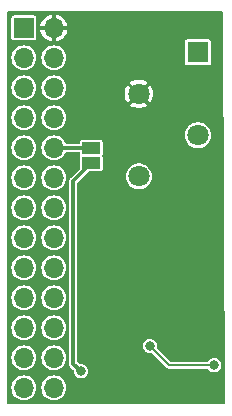
<source format=gbr>
%TF.GenerationSoftware,KiCad,Pcbnew,7.0.6-0*%
%TF.CreationDate,2023-10-30T11:37:55+11:00*%
%TF.ProjectId,controllino-can,636f6e74-726f-46c6-9c69-6e6f2d63616e,rev?*%
%TF.SameCoordinates,Original*%
%TF.FileFunction,Copper,L2,Bot*%
%TF.FilePolarity,Positive*%
%FSLAX46Y46*%
G04 Gerber Fmt 4.6, Leading zero omitted, Abs format (unit mm)*
G04 Created by KiCad (PCBNEW 7.0.6-0) date 2023-10-30 11:37:55*
%MOMM*%
%LPD*%
G01*
G04 APERTURE LIST*
%TA.AperFunction,ComponentPad*%
%ADD10R,1.800000X1.800000*%
%TD*%
%TA.AperFunction,ComponentPad*%
%ADD11C,1.800000*%
%TD*%
%TA.AperFunction,SMDPad,CuDef*%
%ADD12R,1.500000X1.000000*%
%TD*%
%TA.AperFunction,ComponentPad*%
%ADD13R,1.700000X1.700000*%
%TD*%
%TA.AperFunction,ComponentPad*%
%ADD14O,1.700000X1.700000*%
%TD*%
%TA.AperFunction,ViaPad*%
%ADD15C,0.800000*%
%TD*%
%TA.AperFunction,Conductor*%
%ADD16C,0.200000*%
%TD*%
%TA.AperFunction,Conductor*%
%ADD17C,0.300000*%
%TD*%
G04 APERTURE END LIST*
D10*
%TO.P,J5,1,1*%
%TO.N,+5V*%
X79883000Y-43870500D03*
D11*
%TO.P,J5,2,2*%
%TO.N,GND*%
X74883000Y-47370500D03*
%TO.P,J5,3,3*%
%TO.N,/CANL*%
X79883000Y-50870500D03*
%TO.P,J5,4,4*%
%TO.N,/CANH*%
X74883000Y-54370500D03*
%TD*%
D12*
%TO.P,JP1,1,A*%
%TO.N,Net-(J2-Pin_10)*%
X70866000Y-51943000D03*
%TO.P,JP1,2,B*%
%TO.N,INT_1*%
X70866000Y-53243000D03*
%TD*%
D13*
%TO.P,J2,1,Pin_1*%
%TO.N,+5V*%
X65151000Y-41783000D03*
D14*
%TO.P,J2,2,Pin_2*%
%TO.N,GND*%
X67691000Y-41783000D03*
%TO.P,J2,3,Pin_3*%
%TO.N,unconnected-(J2-Pin_3-Pad3)*%
X65151000Y-44323000D03*
%TO.P,J2,4,Pin_4*%
%TO.N,unconnected-(J2-Pin_4-Pad4)*%
X67691000Y-44323000D03*
%TO.P,J2,5,Pin_5*%
%TO.N,unconnected-(J2-Pin_5-Pad5)*%
X65151000Y-46863000D03*
%TO.P,J2,6,Pin_6*%
%TO.N,unconnected-(J2-Pin_6-Pad6)*%
X67691000Y-46863000D03*
%TO.P,J2,7,Pin_7*%
%TO.N,unconnected-(J2-Pin_7-Pad7)*%
X65151000Y-49403000D03*
%TO.P,J2,8,Pin_8*%
%TO.N,unconnected-(J2-Pin_8-Pad8)*%
X67691000Y-49403000D03*
%TO.P,J2,9,Pin_9*%
%TO.N,unconnected-(J2-Pin_9-Pad9)*%
X65151000Y-51943000D03*
%TO.P,J2,10,Pin_10*%
%TO.N,Net-(J2-Pin_10)*%
X67691000Y-51943000D03*
%TO.P,J2,11,Pin_11*%
%TO.N,unconnected-(J2-Pin_11-Pad11)*%
X65151000Y-54483000D03*
%TO.P,J2,12,Pin_12*%
%TO.N,unconnected-(J2-Pin_12-Pad12)*%
X67691000Y-54483000D03*
%TO.P,J2,13,Pin_13*%
%TO.N,unconnected-(J2-Pin_13-Pad13)*%
X65151000Y-57023000D03*
%TO.P,J2,14,Pin_14*%
%TO.N,unconnected-(J2-Pin_14-Pad14)*%
X67691000Y-57023000D03*
%TO.P,J2,15,Pin_15*%
%TO.N,unconnected-(J2-Pin_15-Pad15)*%
X65151000Y-59563000D03*
%TO.P,J2,16,Pin_16*%
%TO.N,unconnected-(J2-Pin_16-Pad16)*%
X67691000Y-59563000D03*
%TO.P,J2,17,Pin_17*%
%TO.N,unconnected-(J2-Pin_17-Pad17)*%
X65151000Y-62103000D03*
%TO.P,J2,18,Pin_18*%
%TO.N,I2C_SDA*%
X67691000Y-62103000D03*
%TO.P,J2,19,Pin_19*%
%TO.N,I2C_SCL*%
X65151000Y-64643000D03*
%TO.P,J2,20,Pin_20*%
%TO.N,SPI_SS*%
X67691000Y-64643000D03*
%TO.P,J2,21,Pin_21*%
%TO.N,SPI_MOSI*%
X65151000Y-67183000D03*
%TO.P,J2,22,Pin_22*%
%TO.N,SPI_MISO*%
X67691000Y-67183000D03*
%TO.P,J2,23,Pin_23*%
%TO.N,SPI_SCK*%
X65151000Y-69723000D03*
%TO.P,J2,24,Pin_24*%
%TO.N,unconnected-(J2-Pin_24-Pad24)*%
X67691000Y-69723000D03*
%TO.P,J2,25,Pin_25*%
%TO.N,UART_TXD*%
X65151000Y-72263000D03*
%TO.P,J2,26,Pin_26*%
%TO.N,UART_RXD*%
X67691000Y-72263000D03*
%TD*%
D15*
%TO.N,GND*%
X74930000Y-69342000D03*
X79629000Y-58547000D03*
%TO.N,/CANRX*%
X75819000Y-68707000D03*
X81280000Y-70358000D03*
%TO.N,INT_1*%
X69977000Y-70866000D03*
%TD*%
D16*
%TO.N,/CANRX*%
X77470000Y-70358000D02*
X81280000Y-70358000D01*
X75819000Y-68707000D02*
X77470000Y-70358000D01*
D17*
%TO.N,Net-(J2-Pin_10)*%
X70866000Y-51943000D02*
X67691000Y-51943000D01*
%TO.N,INT_1*%
X69342000Y-54767000D02*
X70866000Y-53243000D01*
X69977000Y-70866000D02*
X69342000Y-70231000D01*
X69342000Y-70231000D02*
X69342000Y-54767000D01*
%TD*%
%TA.AperFunction,Conductor*%
%TO.N,GND*%
G36*
X82001568Y-40404907D02*
G01*
X82037532Y-40454407D01*
X82042376Y-40484622D01*
X82109529Y-58078583D01*
X82167619Y-73298301D01*
X82168621Y-73560622D01*
X82149936Y-73618885D01*
X82100574Y-73655037D01*
X82069622Y-73660000D01*
X63853000Y-73660000D01*
X63794809Y-73641093D01*
X63758845Y-73591593D01*
X63754000Y-73561000D01*
X63754000Y-72263003D01*
X64095417Y-72263003D01*
X64115698Y-72468929D01*
X64115699Y-72468934D01*
X64175768Y-72666954D01*
X64273316Y-72849452D01*
X64404585Y-73009404D01*
X64404590Y-73009410D01*
X64404595Y-73009414D01*
X64564547Y-73140683D01*
X64564548Y-73140683D01*
X64564550Y-73140685D01*
X64747046Y-73238232D01*
X64884996Y-73280078D01*
X64945065Y-73298300D01*
X64945070Y-73298301D01*
X65150997Y-73318583D01*
X65151000Y-73318583D01*
X65151003Y-73318583D01*
X65356929Y-73298301D01*
X65356934Y-73298300D01*
X65356933Y-73298300D01*
X65554954Y-73238232D01*
X65737450Y-73140685D01*
X65897410Y-73009410D01*
X66028685Y-72849450D01*
X66126232Y-72666954D01*
X66186300Y-72468934D01*
X66186301Y-72468929D01*
X66206583Y-72263003D01*
X66635417Y-72263003D01*
X66655698Y-72468929D01*
X66655699Y-72468934D01*
X66715768Y-72666954D01*
X66813316Y-72849452D01*
X66944585Y-73009404D01*
X66944590Y-73009410D01*
X66944595Y-73009414D01*
X67104547Y-73140683D01*
X67104548Y-73140683D01*
X67104550Y-73140685D01*
X67287046Y-73238232D01*
X67424996Y-73280078D01*
X67485065Y-73298300D01*
X67485070Y-73298301D01*
X67690997Y-73318583D01*
X67691000Y-73318583D01*
X67691003Y-73318583D01*
X67896929Y-73298301D01*
X67896934Y-73298300D01*
X67896933Y-73298300D01*
X68094954Y-73238232D01*
X68277450Y-73140685D01*
X68437410Y-73009410D01*
X68568685Y-72849450D01*
X68666232Y-72666954D01*
X68726300Y-72468934D01*
X68726301Y-72468929D01*
X68746583Y-72263003D01*
X68746583Y-72262996D01*
X68726301Y-72057070D01*
X68726300Y-72057065D01*
X68708078Y-71996996D01*
X68666232Y-71859046D01*
X68568685Y-71676550D01*
X68437410Y-71516590D01*
X68382689Y-71471682D01*
X68277452Y-71385316D01*
X68094954Y-71287768D01*
X67896934Y-71227699D01*
X67896929Y-71227698D01*
X67691003Y-71207417D01*
X67690997Y-71207417D01*
X67485070Y-71227698D01*
X67485065Y-71227699D01*
X67287045Y-71287768D01*
X67104547Y-71385316D01*
X66944595Y-71516585D01*
X66944585Y-71516595D01*
X66813316Y-71676547D01*
X66715768Y-71859045D01*
X66655699Y-72057065D01*
X66655698Y-72057070D01*
X66635417Y-72262996D01*
X66635417Y-72263003D01*
X66206583Y-72263003D01*
X66206583Y-72262996D01*
X66186301Y-72057070D01*
X66186300Y-72057065D01*
X66168078Y-71996996D01*
X66126232Y-71859046D01*
X66028685Y-71676550D01*
X65897410Y-71516590D01*
X65842689Y-71471682D01*
X65737452Y-71385316D01*
X65554954Y-71287768D01*
X65356934Y-71227699D01*
X65356929Y-71227698D01*
X65151003Y-71207417D01*
X65150997Y-71207417D01*
X64945070Y-71227698D01*
X64945065Y-71227699D01*
X64747045Y-71287768D01*
X64564547Y-71385316D01*
X64404595Y-71516585D01*
X64404585Y-71516595D01*
X64273316Y-71676547D01*
X64175768Y-71859045D01*
X64115699Y-72057065D01*
X64115698Y-72057070D01*
X64095417Y-72262996D01*
X64095417Y-72263003D01*
X63754000Y-72263003D01*
X63754000Y-69723003D01*
X64095417Y-69723003D01*
X64115698Y-69928929D01*
X64115699Y-69928934D01*
X64175768Y-70126954D01*
X64273316Y-70309452D01*
X64378389Y-70437484D01*
X64404590Y-70469410D01*
X64404595Y-70469414D01*
X64564547Y-70600683D01*
X64564548Y-70600683D01*
X64564550Y-70600685D01*
X64747046Y-70698232D01*
X64865862Y-70734274D01*
X64945065Y-70758300D01*
X64945070Y-70758301D01*
X65150997Y-70778583D01*
X65151000Y-70778583D01*
X65151003Y-70778583D01*
X65356929Y-70758301D01*
X65356934Y-70758300D01*
X65356933Y-70758300D01*
X65554954Y-70698232D01*
X65737450Y-70600685D01*
X65897410Y-70469410D01*
X66028685Y-70309450D01*
X66126232Y-70126954D01*
X66186300Y-69928934D01*
X66186301Y-69928929D01*
X66206583Y-69723003D01*
X66635417Y-69723003D01*
X66655698Y-69928929D01*
X66655699Y-69928934D01*
X66715768Y-70126954D01*
X66813316Y-70309452D01*
X66918389Y-70437484D01*
X66944590Y-70469410D01*
X66944595Y-70469414D01*
X67104547Y-70600683D01*
X67104548Y-70600683D01*
X67104550Y-70600685D01*
X67287046Y-70698232D01*
X67405862Y-70734274D01*
X67485065Y-70758300D01*
X67485070Y-70758301D01*
X67690997Y-70778583D01*
X67691000Y-70778583D01*
X67691003Y-70778583D01*
X67896929Y-70758301D01*
X67896934Y-70758300D01*
X67896933Y-70758300D01*
X68094954Y-70698232D01*
X68277450Y-70600685D01*
X68437410Y-70469410D01*
X68568685Y-70309450D01*
X68666232Y-70126954D01*
X68726300Y-69928934D01*
X68726301Y-69928929D01*
X68746583Y-69723003D01*
X68746583Y-69722996D01*
X68726301Y-69517070D01*
X68726300Y-69517065D01*
X68708078Y-69456996D01*
X68666232Y-69319046D01*
X68568685Y-69136550D01*
X68567644Y-69135282D01*
X68437414Y-68976595D01*
X68437410Y-68976590D01*
X68437404Y-68976585D01*
X68277452Y-68845316D01*
X68094954Y-68747768D01*
X67896934Y-68687699D01*
X67896929Y-68687698D01*
X67691003Y-68667417D01*
X67690997Y-68667417D01*
X67485070Y-68687698D01*
X67485065Y-68687699D01*
X67287045Y-68747768D01*
X67104547Y-68845316D01*
X66944595Y-68976585D01*
X66944585Y-68976595D01*
X66813316Y-69136547D01*
X66715768Y-69319045D01*
X66655699Y-69517065D01*
X66655698Y-69517070D01*
X66635417Y-69722996D01*
X66635417Y-69723003D01*
X66206583Y-69723003D01*
X66206583Y-69722996D01*
X66186301Y-69517070D01*
X66186300Y-69517065D01*
X66168078Y-69456996D01*
X66126232Y-69319046D01*
X66028685Y-69136550D01*
X66027644Y-69135282D01*
X65897414Y-68976595D01*
X65897410Y-68976590D01*
X65897404Y-68976585D01*
X65737452Y-68845316D01*
X65554954Y-68747768D01*
X65356934Y-68687699D01*
X65356929Y-68687698D01*
X65151003Y-68667417D01*
X65150997Y-68667417D01*
X64945070Y-68687698D01*
X64945065Y-68687699D01*
X64747045Y-68747768D01*
X64564547Y-68845316D01*
X64404595Y-68976585D01*
X64404585Y-68976595D01*
X64273316Y-69136547D01*
X64175768Y-69319045D01*
X64115699Y-69517065D01*
X64115698Y-69517070D01*
X64095417Y-69722996D01*
X64095417Y-69723003D01*
X63754000Y-69723003D01*
X63754000Y-67183003D01*
X64095417Y-67183003D01*
X64115698Y-67388929D01*
X64115699Y-67388934D01*
X64175768Y-67586954D01*
X64273316Y-67769452D01*
X64404585Y-67929404D01*
X64404590Y-67929410D01*
X64404595Y-67929414D01*
X64564547Y-68060683D01*
X64564548Y-68060683D01*
X64564550Y-68060685D01*
X64747046Y-68158232D01*
X64884996Y-68200078D01*
X64945065Y-68218300D01*
X64945070Y-68218301D01*
X65150997Y-68238583D01*
X65151000Y-68238583D01*
X65151003Y-68238583D01*
X65356929Y-68218301D01*
X65356934Y-68218300D01*
X65356933Y-68218300D01*
X65554954Y-68158232D01*
X65737450Y-68060685D01*
X65897410Y-67929410D01*
X66028685Y-67769450D01*
X66126232Y-67586954D01*
X66186300Y-67388934D01*
X66186301Y-67388929D01*
X66206583Y-67183003D01*
X66635417Y-67183003D01*
X66655698Y-67388929D01*
X66655699Y-67388934D01*
X66715768Y-67586954D01*
X66813316Y-67769452D01*
X66944585Y-67929404D01*
X66944590Y-67929410D01*
X66944595Y-67929414D01*
X67104547Y-68060683D01*
X67104548Y-68060683D01*
X67104550Y-68060685D01*
X67287046Y-68158232D01*
X67424996Y-68200078D01*
X67485065Y-68218300D01*
X67485070Y-68218301D01*
X67690997Y-68238583D01*
X67691000Y-68238583D01*
X67691003Y-68238583D01*
X67896929Y-68218301D01*
X67896934Y-68218300D01*
X67896933Y-68218300D01*
X68094954Y-68158232D01*
X68277450Y-68060685D01*
X68437410Y-67929410D01*
X68568685Y-67769450D01*
X68666232Y-67586954D01*
X68726300Y-67388934D01*
X68726301Y-67388929D01*
X68746583Y-67183003D01*
X68746583Y-67182996D01*
X68726301Y-66977070D01*
X68726300Y-66977065D01*
X68708078Y-66916996D01*
X68666232Y-66779046D01*
X68568685Y-66596550D01*
X68437410Y-66436590D01*
X68437404Y-66436585D01*
X68277452Y-66305316D01*
X68094954Y-66207768D01*
X67896934Y-66147699D01*
X67896929Y-66147698D01*
X67691003Y-66127417D01*
X67690997Y-66127417D01*
X67485070Y-66147698D01*
X67485065Y-66147699D01*
X67287045Y-66207768D01*
X67104547Y-66305316D01*
X66944595Y-66436585D01*
X66944585Y-66436595D01*
X66813316Y-66596547D01*
X66715768Y-66779045D01*
X66655699Y-66977065D01*
X66655698Y-66977070D01*
X66635417Y-67182996D01*
X66635417Y-67183003D01*
X66206583Y-67183003D01*
X66206583Y-67182996D01*
X66186301Y-66977070D01*
X66186300Y-66977065D01*
X66168078Y-66916996D01*
X66126232Y-66779046D01*
X66028685Y-66596550D01*
X65897410Y-66436590D01*
X65897404Y-66436585D01*
X65737452Y-66305316D01*
X65554954Y-66207768D01*
X65356934Y-66147699D01*
X65356929Y-66147698D01*
X65151003Y-66127417D01*
X65150997Y-66127417D01*
X64945070Y-66147698D01*
X64945065Y-66147699D01*
X64747045Y-66207768D01*
X64564547Y-66305316D01*
X64404595Y-66436585D01*
X64404585Y-66436595D01*
X64273316Y-66596547D01*
X64175768Y-66779045D01*
X64115699Y-66977065D01*
X64115698Y-66977070D01*
X64095417Y-67182996D01*
X64095417Y-67183003D01*
X63754000Y-67183003D01*
X63754000Y-64643003D01*
X64095417Y-64643003D01*
X64115698Y-64848929D01*
X64115699Y-64848934D01*
X64175768Y-65046954D01*
X64273316Y-65229452D01*
X64404585Y-65389404D01*
X64404590Y-65389410D01*
X64404595Y-65389414D01*
X64564547Y-65520683D01*
X64564548Y-65520683D01*
X64564550Y-65520685D01*
X64747046Y-65618232D01*
X64884996Y-65660078D01*
X64945065Y-65678300D01*
X64945070Y-65678301D01*
X65150997Y-65698583D01*
X65151000Y-65698583D01*
X65151003Y-65698583D01*
X65356929Y-65678301D01*
X65356934Y-65678300D01*
X65356933Y-65678300D01*
X65554954Y-65618232D01*
X65737450Y-65520685D01*
X65897410Y-65389410D01*
X66028685Y-65229450D01*
X66126232Y-65046954D01*
X66186300Y-64848934D01*
X66186301Y-64848929D01*
X66206583Y-64643003D01*
X66635417Y-64643003D01*
X66655698Y-64848929D01*
X66655699Y-64848934D01*
X66715768Y-65046954D01*
X66813316Y-65229452D01*
X66944585Y-65389404D01*
X66944590Y-65389410D01*
X66944595Y-65389414D01*
X67104547Y-65520683D01*
X67104548Y-65520683D01*
X67104550Y-65520685D01*
X67287046Y-65618232D01*
X67424996Y-65660078D01*
X67485065Y-65678300D01*
X67485070Y-65678301D01*
X67690997Y-65698583D01*
X67691000Y-65698583D01*
X67691003Y-65698583D01*
X67896929Y-65678301D01*
X67896934Y-65678300D01*
X67896933Y-65678300D01*
X68094954Y-65618232D01*
X68277450Y-65520685D01*
X68437410Y-65389410D01*
X68568685Y-65229450D01*
X68666232Y-65046954D01*
X68726300Y-64848934D01*
X68726301Y-64848929D01*
X68746583Y-64643003D01*
X68746583Y-64642996D01*
X68726301Y-64437070D01*
X68726300Y-64437065D01*
X68708078Y-64376996D01*
X68666232Y-64239046D01*
X68568685Y-64056550D01*
X68437410Y-63896590D01*
X68437404Y-63896585D01*
X68277452Y-63765316D01*
X68094954Y-63667768D01*
X67896934Y-63607699D01*
X67896929Y-63607698D01*
X67691003Y-63587417D01*
X67690997Y-63587417D01*
X67485070Y-63607698D01*
X67485065Y-63607699D01*
X67287045Y-63667768D01*
X67104547Y-63765316D01*
X66944595Y-63896585D01*
X66944585Y-63896595D01*
X66813316Y-64056547D01*
X66715768Y-64239045D01*
X66655699Y-64437065D01*
X66655698Y-64437070D01*
X66635417Y-64642996D01*
X66635417Y-64643003D01*
X66206583Y-64643003D01*
X66206583Y-64642996D01*
X66186301Y-64437070D01*
X66186300Y-64437065D01*
X66168078Y-64376996D01*
X66126232Y-64239046D01*
X66028685Y-64056550D01*
X65897410Y-63896590D01*
X65897404Y-63896585D01*
X65737452Y-63765316D01*
X65554954Y-63667768D01*
X65356934Y-63607699D01*
X65356929Y-63607698D01*
X65151003Y-63587417D01*
X65150997Y-63587417D01*
X64945070Y-63607698D01*
X64945065Y-63607699D01*
X64747045Y-63667768D01*
X64564547Y-63765316D01*
X64404595Y-63896585D01*
X64404585Y-63896595D01*
X64273316Y-64056547D01*
X64175768Y-64239045D01*
X64115699Y-64437065D01*
X64115698Y-64437070D01*
X64095417Y-64642996D01*
X64095417Y-64643003D01*
X63754000Y-64643003D01*
X63754000Y-62103003D01*
X64095417Y-62103003D01*
X64115698Y-62308929D01*
X64115699Y-62308934D01*
X64175768Y-62506954D01*
X64273316Y-62689452D01*
X64404585Y-62849404D01*
X64404590Y-62849410D01*
X64404595Y-62849414D01*
X64564547Y-62980683D01*
X64564548Y-62980683D01*
X64564550Y-62980685D01*
X64747046Y-63078232D01*
X64884996Y-63120078D01*
X64945065Y-63138300D01*
X64945070Y-63138301D01*
X65150997Y-63158583D01*
X65151000Y-63158583D01*
X65151003Y-63158583D01*
X65356929Y-63138301D01*
X65356934Y-63138300D01*
X65356933Y-63138300D01*
X65554954Y-63078232D01*
X65737450Y-62980685D01*
X65897410Y-62849410D01*
X66028685Y-62689450D01*
X66126232Y-62506954D01*
X66186300Y-62308934D01*
X66186301Y-62308929D01*
X66206583Y-62103003D01*
X66635417Y-62103003D01*
X66655698Y-62308929D01*
X66655699Y-62308934D01*
X66715768Y-62506954D01*
X66813316Y-62689452D01*
X66944585Y-62849404D01*
X66944590Y-62849410D01*
X66944595Y-62849414D01*
X67104547Y-62980683D01*
X67104548Y-62980683D01*
X67104550Y-62980685D01*
X67287046Y-63078232D01*
X67424996Y-63120078D01*
X67485065Y-63138300D01*
X67485070Y-63138301D01*
X67690997Y-63158583D01*
X67691000Y-63158583D01*
X67691003Y-63158583D01*
X67896929Y-63138301D01*
X67896934Y-63138300D01*
X67896933Y-63138300D01*
X68094954Y-63078232D01*
X68277450Y-62980685D01*
X68437410Y-62849410D01*
X68568685Y-62689450D01*
X68666232Y-62506954D01*
X68726300Y-62308934D01*
X68726301Y-62308929D01*
X68746583Y-62103003D01*
X68746583Y-62102996D01*
X68726301Y-61897070D01*
X68726300Y-61897065D01*
X68708078Y-61836996D01*
X68666232Y-61699046D01*
X68568685Y-61516550D01*
X68437410Y-61356590D01*
X68437404Y-61356585D01*
X68277452Y-61225316D01*
X68094954Y-61127768D01*
X67896934Y-61067699D01*
X67896929Y-61067698D01*
X67691003Y-61047417D01*
X67690997Y-61047417D01*
X67485070Y-61067698D01*
X67485065Y-61067699D01*
X67287045Y-61127768D01*
X67104547Y-61225316D01*
X66944595Y-61356585D01*
X66944585Y-61356595D01*
X66813316Y-61516547D01*
X66715768Y-61699045D01*
X66655699Y-61897065D01*
X66655698Y-61897070D01*
X66635417Y-62102996D01*
X66635417Y-62103003D01*
X66206583Y-62103003D01*
X66206583Y-62102996D01*
X66186301Y-61897070D01*
X66186300Y-61897065D01*
X66168078Y-61836996D01*
X66126232Y-61699046D01*
X66028685Y-61516550D01*
X65897410Y-61356590D01*
X65897404Y-61356585D01*
X65737452Y-61225316D01*
X65554954Y-61127768D01*
X65356934Y-61067699D01*
X65356929Y-61067698D01*
X65151003Y-61047417D01*
X65150997Y-61047417D01*
X64945070Y-61067698D01*
X64945065Y-61067699D01*
X64747045Y-61127768D01*
X64564547Y-61225316D01*
X64404595Y-61356585D01*
X64404585Y-61356595D01*
X64273316Y-61516547D01*
X64175768Y-61699045D01*
X64115699Y-61897065D01*
X64115698Y-61897070D01*
X64095417Y-62102996D01*
X64095417Y-62103003D01*
X63754000Y-62103003D01*
X63754000Y-59563003D01*
X64095417Y-59563003D01*
X64115698Y-59768929D01*
X64115699Y-59768934D01*
X64175768Y-59966954D01*
X64273316Y-60149452D01*
X64404585Y-60309404D01*
X64404590Y-60309410D01*
X64404595Y-60309414D01*
X64564547Y-60440683D01*
X64564548Y-60440683D01*
X64564550Y-60440685D01*
X64747046Y-60538232D01*
X64884996Y-60580078D01*
X64945065Y-60598300D01*
X64945070Y-60598301D01*
X65150997Y-60618583D01*
X65151000Y-60618583D01*
X65151003Y-60618583D01*
X65356929Y-60598301D01*
X65356934Y-60598300D01*
X65356933Y-60598300D01*
X65554954Y-60538232D01*
X65737450Y-60440685D01*
X65897410Y-60309410D01*
X66028685Y-60149450D01*
X66126232Y-59966954D01*
X66186300Y-59768934D01*
X66186301Y-59768929D01*
X66206583Y-59563003D01*
X66635417Y-59563003D01*
X66655698Y-59768929D01*
X66655699Y-59768934D01*
X66715768Y-59966954D01*
X66813316Y-60149452D01*
X66944585Y-60309404D01*
X66944590Y-60309410D01*
X66944595Y-60309414D01*
X67104547Y-60440683D01*
X67104548Y-60440683D01*
X67104550Y-60440685D01*
X67287046Y-60538232D01*
X67424996Y-60580078D01*
X67485065Y-60598300D01*
X67485070Y-60598301D01*
X67690997Y-60618583D01*
X67691000Y-60618583D01*
X67691003Y-60618583D01*
X67896929Y-60598301D01*
X67896934Y-60598300D01*
X67896933Y-60598300D01*
X68094954Y-60538232D01*
X68277450Y-60440685D01*
X68437410Y-60309410D01*
X68568685Y-60149450D01*
X68666232Y-59966954D01*
X68726300Y-59768934D01*
X68726301Y-59768929D01*
X68746583Y-59563003D01*
X68746583Y-59562996D01*
X68726301Y-59357070D01*
X68726300Y-59357065D01*
X68708078Y-59296996D01*
X68666232Y-59159046D01*
X68568685Y-58976550D01*
X68437410Y-58816590D01*
X68437404Y-58816585D01*
X68277452Y-58685316D01*
X68094954Y-58587768D01*
X67896934Y-58527699D01*
X67896929Y-58527698D01*
X67691003Y-58507417D01*
X67690997Y-58507417D01*
X67485070Y-58527698D01*
X67485065Y-58527699D01*
X67287045Y-58587768D01*
X67104547Y-58685316D01*
X66944595Y-58816585D01*
X66944585Y-58816595D01*
X66813316Y-58976547D01*
X66715768Y-59159045D01*
X66655699Y-59357065D01*
X66655698Y-59357070D01*
X66635417Y-59562996D01*
X66635417Y-59563003D01*
X66206583Y-59563003D01*
X66206583Y-59562996D01*
X66186301Y-59357070D01*
X66186300Y-59357065D01*
X66168078Y-59296996D01*
X66126232Y-59159046D01*
X66028685Y-58976550D01*
X65897410Y-58816590D01*
X65897404Y-58816585D01*
X65737452Y-58685316D01*
X65554954Y-58587768D01*
X65356934Y-58527699D01*
X65356929Y-58527698D01*
X65151003Y-58507417D01*
X65150997Y-58507417D01*
X64945070Y-58527698D01*
X64945065Y-58527699D01*
X64747045Y-58587768D01*
X64564547Y-58685316D01*
X64404595Y-58816585D01*
X64404585Y-58816595D01*
X64273316Y-58976547D01*
X64175768Y-59159045D01*
X64115699Y-59357065D01*
X64115698Y-59357070D01*
X64095417Y-59562996D01*
X64095417Y-59563003D01*
X63754000Y-59563003D01*
X63754000Y-57023003D01*
X64095417Y-57023003D01*
X64115698Y-57228929D01*
X64115699Y-57228934D01*
X64175768Y-57426954D01*
X64273316Y-57609452D01*
X64404585Y-57769404D01*
X64404590Y-57769410D01*
X64404595Y-57769414D01*
X64564547Y-57900683D01*
X64564548Y-57900683D01*
X64564550Y-57900685D01*
X64747046Y-57998232D01*
X64884996Y-58040078D01*
X64945065Y-58058300D01*
X64945070Y-58058301D01*
X65150997Y-58078583D01*
X65151000Y-58078583D01*
X65151003Y-58078583D01*
X65356929Y-58058301D01*
X65356934Y-58058300D01*
X65356933Y-58058300D01*
X65554954Y-57998232D01*
X65737450Y-57900685D01*
X65897410Y-57769410D01*
X66028685Y-57609450D01*
X66126232Y-57426954D01*
X66186300Y-57228934D01*
X66186301Y-57228929D01*
X66206583Y-57023003D01*
X66635417Y-57023003D01*
X66655698Y-57228929D01*
X66655699Y-57228934D01*
X66715768Y-57426954D01*
X66813316Y-57609452D01*
X66944585Y-57769404D01*
X66944590Y-57769410D01*
X66944595Y-57769414D01*
X67104547Y-57900683D01*
X67104548Y-57900683D01*
X67104550Y-57900685D01*
X67287046Y-57998232D01*
X67424996Y-58040078D01*
X67485065Y-58058300D01*
X67485070Y-58058301D01*
X67690997Y-58078583D01*
X67691000Y-58078583D01*
X67691003Y-58078583D01*
X67896929Y-58058301D01*
X67896934Y-58058300D01*
X67896933Y-58058300D01*
X68094954Y-57998232D01*
X68277450Y-57900685D01*
X68437410Y-57769410D01*
X68568685Y-57609450D01*
X68666232Y-57426954D01*
X68726300Y-57228934D01*
X68726301Y-57228929D01*
X68746583Y-57023003D01*
X68746583Y-57022996D01*
X68726301Y-56817070D01*
X68726300Y-56817065D01*
X68708078Y-56756996D01*
X68666232Y-56619046D01*
X68568685Y-56436550D01*
X68437410Y-56276590D01*
X68437404Y-56276585D01*
X68277452Y-56145316D01*
X68094954Y-56047768D01*
X67896934Y-55987699D01*
X67896929Y-55987698D01*
X67691003Y-55967417D01*
X67690997Y-55967417D01*
X67485070Y-55987698D01*
X67485065Y-55987699D01*
X67287045Y-56047768D01*
X67104547Y-56145316D01*
X66944595Y-56276585D01*
X66944585Y-56276595D01*
X66813316Y-56436547D01*
X66715768Y-56619045D01*
X66655699Y-56817065D01*
X66655698Y-56817070D01*
X66635417Y-57022996D01*
X66635417Y-57023003D01*
X66206583Y-57023003D01*
X66206583Y-57022996D01*
X66186301Y-56817070D01*
X66186300Y-56817065D01*
X66168078Y-56756996D01*
X66126232Y-56619046D01*
X66028685Y-56436550D01*
X65897410Y-56276590D01*
X65897404Y-56276585D01*
X65737452Y-56145316D01*
X65554954Y-56047768D01*
X65356934Y-55987699D01*
X65356929Y-55987698D01*
X65151003Y-55967417D01*
X65150997Y-55967417D01*
X64945070Y-55987698D01*
X64945065Y-55987699D01*
X64747045Y-56047768D01*
X64564547Y-56145316D01*
X64404595Y-56276585D01*
X64404585Y-56276595D01*
X64273316Y-56436547D01*
X64175768Y-56619045D01*
X64115699Y-56817065D01*
X64115698Y-56817070D01*
X64095417Y-57022996D01*
X64095417Y-57023003D01*
X63754000Y-57023003D01*
X63754000Y-54483003D01*
X64095417Y-54483003D01*
X64115698Y-54688929D01*
X64115699Y-54688934D01*
X64175768Y-54886954D01*
X64273316Y-55069452D01*
X64404585Y-55229404D01*
X64404590Y-55229410D01*
X64404595Y-55229414D01*
X64564547Y-55360683D01*
X64564548Y-55360683D01*
X64564550Y-55360685D01*
X64747046Y-55458232D01*
X64884996Y-55500078D01*
X64945065Y-55518300D01*
X64945070Y-55518301D01*
X65150997Y-55538583D01*
X65151000Y-55538583D01*
X65151003Y-55538583D01*
X65356929Y-55518301D01*
X65356934Y-55518300D01*
X65356933Y-55518300D01*
X65554954Y-55458232D01*
X65737450Y-55360685D01*
X65897410Y-55229410D01*
X66028685Y-55069450D01*
X66126232Y-54886954D01*
X66186300Y-54688934D01*
X66186301Y-54688929D01*
X66206583Y-54483003D01*
X66635417Y-54483003D01*
X66655698Y-54688929D01*
X66655699Y-54688934D01*
X66715768Y-54886954D01*
X66813316Y-55069452D01*
X66944585Y-55229404D01*
X66944590Y-55229410D01*
X66944595Y-55229414D01*
X67104547Y-55360683D01*
X67104548Y-55360683D01*
X67104550Y-55360685D01*
X67287046Y-55458232D01*
X67424996Y-55500078D01*
X67485065Y-55518300D01*
X67485070Y-55518301D01*
X67690997Y-55538583D01*
X67691000Y-55538583D01*
X67691003Y-55538583D01*
X67896929Y-55518301D01*
X67896934Y-55518300D01*
X67896933Y-55518300D01*
X68094954Y-55458232D01*
X68277450Y-55360685D01*
X68437410Y-55229410D01*
X68568685Y-55069450D01*
X68666232Y-54886954D01*
X68726300Y-54688934D01*
X68726301Y-54688929D01*
X68746583Y-54483003D01*
X68746583Y-54482996D01*
X68726301Y-54277070D01*
X68726300Y-54277065D01*
X68708078Y-54216996D01*
X68666232Y-54079046D01*
X68568685Y-53896550D01*
X68561302Y-53887554D01*
X68437414Y-53736595D01*
X68437410Y-53736590D01*
X68425497Y-53726813D01*
X68277452Y-53605316D01*
X68094954Y-53507768D01*
X67896934Y-53447699D01*
X67896929Y-53447698D01*
X67691003Y-53427417D01*
X67690997Y-53427417D01*
X67485070Y-53447698D01*
X67485065Y-53447699D01*
X67287045Y-53507768D01*
X67104547Y-53605316D01*
X66944595Y-53736585D01*
X66944585Y-53736595D01*
X66813316Y-53896547D01*
X66715768Y-54079045D01*
X66655699Y-54277065D01*
X66655698Y-54277070D01*
X66635417Y-54482996D01*
X66635417Y-54483003D01*
X66206583Y-54483003D01*
X66206583Y-54482996D01*
X66186301Y-54277070D01*
X66186300Y-54277065D01*
X66168078Y-54216996D01*
X66126232Y-54079046D01*
X66028685Y-53896550D01*
X66021302Y-53887554D01*
X65897414Y-53736595D01*
X65897410Y-53736590D01*
X65885497Y-53726813D01*
X65737452Y-53605316D01*
X65554954Y-53507768D01*
X65356934Y-53447699D01*
X65356929Y-53447698D01*
X65151003Y-53427417D01*
X65150997Y-53427417D01*
X64945070Y-53447698D01*
X64945065Y-53447699D01*
X64747045Y-53507768D01*
X64564547Y-53605316D01*
X64404595Y-53736585D01*
X64404585Y-53736595D01*
X64273316Y-53896547D01*
X64175768Y-54079045D01*
X64115699Y-54277065D01*
X64115698Y-54277070D01*
X64095417Y-54482996D01*
X64095417Y-54483003D01*
X63754000Y-54483003D01*
X63754000Y-51943003D01*
X64095417Y-51943003D01*
X64115698Y-52148929D01*
X64115699Y-52148934D01*
X64175768Y-52346954D01*
X64273316Y-52529452D01*
X64384365Y-52664766D01*
X64404590Y-52689410D01*
X64404595Y-52689414D01*
X64564547Y-52820683D01*
X64564548Y-52820683D01*
X64564550Y-52820685D01*
X64747046Y-52918232D01*
X64884996Y-52960078D01*
X64945065Y-52978300D01*
X64945070Y-52978301D01*
X65150997Y-52998583D01*
X65151000Y-52998583D01*
X65151003Y-52998583D01*
X65356929Y-52978301D01*
X65356934Y-52978300D01*
X65356933Y-52978300D01*
X65554954Y-52918232D01*
X65737450Y-52820685D01*
X65897410Y-52689410D01*
X66028685Y-52529450D01*
X66126232Y-52346954D01*
X66186300Y-52148934D01*
X66186301Y-52148929D01*
X66206583Y-51943003D01*
X66635417Y-51943003D01*
X66655698Y-52148929D01*
X66655699Y-52148934D01*
X66715768Y-52346954D01*
X66813316Y-52529452D01*
X66924365Y-52664766D01*
X66944590Y-52689410D01*
X66944595Y-52689414D01*
X67104547Y-52820683D01*
X67104548Y-52820683D01*
X67104550Y-52820685D01*
X67287046Y-52918232D01*
X67424996Y-52960078D01*
X67485065Y-52978300D01*
X67485070Y-52978301D01*
X67690997Y-52998583D01*
X67691000Y-52998583D01*
X67691003Y-52998583D01*
X67896929Y-52978301D01*
X67896934Y-52978300D01*
X67896933Y-52978300D01*
X68094954Y-52918232D01*
X68277450Y-52820685D01*
X68437410Y-52689410D01*
X68568685Y-52529450D01*
X68666232Y-52346954D01*
X68666232Y-52346952D01*
X68666832Y-52345831D01*
X68710938Y-52303425D01*
X68754142Y-52293500D01*
X69816500Y-52293500D01*
X69874691Y-52312407D01*
X69910655Y-52361907D01*
X69915500Y-52392500D01*
X69915500Y-52462746D01*
X69915501Y-52462758D01*
X69927132Y-52521227D01*
X69927133Y-52521231D01*
X69927134Y-52521232D01*
X69938337Y-52537999D01*
X69954945Y-52596887D01*
X69938337Y-52648001D01*
X69927134Y-52664767D01*
X69927132Y-52664772D01*
X69915501Y-52723241D01*
X69915500Y-52723253D01*
X69915500Y-53656809D01*
X69896593Y-53715000D01*
X69886504Y-53726813D01*
X69127118Y-54486198D01*
X69111265Y-54499071D01*
X69101335Y-54505559D01*
X69101332Y-54505561D01*
X69080664Y-54532114D01*
X69076605Y-54536712D01*
X69073619Y-54539698D01*
X69060955Y-54557437D01*
X69029483Y-54597874D01*
X69025981Y-54604343D01*
X69022758Y-54610936D01*
X69008138Y-54660045D01*
X68991499Y-54708512D01*
X68990293Y-54715743D01*
X68989383Y-54723047D01*
X68991500Y-54774231D01*
X68991500Y-70184381D01*
X68989393Y-70204696D01*
X68986957Y-70216313D01*
X68991120Y-70249709D01*
X68991500Y-70255837D01*
X68991500Y-70260040D01*
X68992618Y-70266742D01*
X68995087Y-70281541D01*
X69001425Y-70332388D01*
X69003527Y-70339448D01*
X69005907Y-70346380D01*
X69030295Y-70391444D01*
X69052801Y-70437482D01*
X69057078Y-70443472D01*
X69061579Y-70449255D01*
X69099275Y-70483958D01*
X69349592Y-70734274D01*
X69377369Y-70788791D01*
X69377741Y-70817197D01*
X69371318Y-70865995D01*
X69371318Y-70866000D01*
X69391955Y-71022758D01*
X69391957Y-71022766D01*
X69452462Y-71168838D01*
X69452462Y-71168839D01*
X69548713Y-71294276D01*
X69548718Y-71294282D01*
X69674159Y-71390536D01*
X69820238Y-71451044D01*
X69937809Y-71466522D01*
X69976999Y-71471682D01*
X69977000Y-71471682D01*
X69977001Y-71471682D01*
X70008352Y-71467554D01*
X70133762Y-71451044D01*
X70279841Y-71390536D01*
X70405282Y-71294282D01*
X70501536Y-71168841D01*
X70562044Y-71022762D01*
X70582682Y-70866000D01*
X70562044Y-70709238D01*
X70541997Y-70660841D01*
X70501537Y-70563161D01*
X70501537Y-70563160D01*
X70405286Y-70437723D01*
X70405285Y-70437722D01*
X70405282Y-70437718D01*
X70405277Y-70437714D01*
X70405276Y-70437713D01*
X70286249Y-70346381D01*
X70279841Y-70341464D01*
X70279840Y-70341463D01*
X70279838Y-70341462D01*
X70133766Y-70280957D01*
X70133758Y-70280955D01*
X69977001Y-70260318D01*
X69976998Y-70260318D01*
X69928198Y-70266742D01*
X69868037Y-70255591D01*
X69845273Y-70238592D01*
X69721496Y-70114814D01*
X69693719Y-70060298D01*
X69692500Y-70044811D01*
X69692500Y-68707000D01*
X75213318Y-68707000D01*
X75233955Y-68863758D01*
X75233957Y-68863766D01*
X75294462Y-69009838D01*
X75294462Y-69009839D01*
X75294464Y-69009841D01*
X75390718Y-69135282D01*
X75390722Y-69135285D01*
X75390723Y-69135286D01*
X75392370Y-69136550D01*
X75516159Y-69231536D01*
X75662238Y-69292044D01*
X75779809Y-69307522D01*
X75818999Y-69312682D01*
X75819000Y-69312682D01*
X75930284Y-69298031D01*
X75990443Y-69309181D01*
X76013209Y-69326180D01*
X77211437Y-70524409D01*
X77219537Y-70535648D01*
X77220516Y-70534909D01*
X77226044Y-70542230D01*
X77261559Y-70574606D01*
X77263211Y-70576184D01*
X77277200Y-70590172D01*
X77277203Y-70590175D01*
X77279454Y-70591717D01*
X77280130Y-70592180D01*
X77285512Y-70596443D01*
X77301992Y-70611466D01*
X77309067Y-70617916D01*
X77318228Y-70621464D01*
X77338416Y-70632105D01*
X77346520Y-70637657D01*
X77377558Y-70644957D01*
X77384096Y-70646982D01*
X77413827Y-70658500D01*
X77423652Y-70658500D01*
X77446316Y-70661129D01*
X77455881Y-70663379D01*
X77487453Y-70658975D01*
X77494301Y-70658500D01*
X80704846Y-70658500D01*
X80763037Y-70677407D01*
X80783388Y-70697233D01*
X80845810Y-70778583D01*
X80851718Y-70786282D01*
X80977159Y-70882536D01*
X81123238Y-70943044D01*
X81240809Y-70958522D01*
X81279999Y-70963682D01*
X81280000Y-70963682D01*
X81280001Y-70963682D01*
X81311352Y-70959554D01*
X81436762Y-70943044D01*
X81582841Y-70882536D01*
X81708282Y-70786282D01*
X81804536Y-70660841D01*
X81865044Y-70514762D01*
X81885682Y-70358000D01*
X81865044Y-70201238D01*
X81829246Y-70114814D01*
X81804537Y-70055161D01*
X81804537Y-70055160D01*
X81708286Y-69929723D01*
X81708285Y-69929722D01*
X81708282Y-69929718D01*
X81708277Y-69929714D01*
X81708276Y-69929713D01*
X81582838Y-69833462D01*
X81436766Y-69772957D01*
X81436758Y-69772955D01*
X81280001Y-69752318D01*
X81279999Y-69752318D01*
X81123241Y-69772955D01*
X81123233Y-69772957D01*
X80977161Y-69833462D01*
X80977160Y-69833462D01*
X80851723Y-69929713D01*
X80851713Y-69929723D01*
X80783388Y-70018767D01*
X80732963Y-70053423D01*
X80704846Y-70057500D01*
X77635479Y-70057500D01*
X77577288Y-70038593D01*
X77565475Y-70028504D01*
X76438180Y-68901209D01*
X76410403Y-68846692D01*
X76410031Y-68818283D01*
X76424682Y-68707000D01*
X76424682Y-68706999D01*
X76404044Y-68550241D01*
X76404044Y-68550238D01*
X76343537Y-68404161D01*
X76343537Y-68404160D01*
X76247286Y-68278723D01*
X76247285Y-68278722D01*
X76247282Y-68278718D01*
X76247277Y-68278714D01*
X76247276Y-68278713D01*
X76168545Y-68218301D01*
X76121841Y-68182464D01*
X76121840Y-68182463D01*
X76121838Y-68182462D01*
X75975766Y-68121957D01*
X75975758Y-68121955D01*
X75819001Y-68101318D01*
X75818999Y-68101318D01*
X75662241Y-68121955D01*
X75662233Y-68121957D01*
X75516161Y-68182462D01*
X75516160Y-68182462D01*
X75390723Y-68278713D01*
X75390713Y-68278723D01*
X75294462Y-68404160D01*
X75294462Y-68404161D01*
X75233957Y-68550233D01*
X75233955Y-68550241D01*
X75213318Y-68706999D01*
X75213318Y-68707000D01*
X69692500Y-68707000D01*
X69692500Y-54953189D01*
X69711407Y-54894998D01*
X69721490Y-54883191D01*
X70234181Y-54370500D01*
X73777785Y-54370500D01*
X73796603Y-54573583D01*
X73852418Y-54769750D01*
X73943327Y-54952321D01*
X74066236Y-55115079D01*
X74216959Y-55252481D01*
X74390363Y-55359848D01*
X74580544Y-55433524D01*
X74781024Y-55471000D01*
X74984976Y-55471000D01*
X75185456Y-55433524D01*
X75375637Y-55359848D01*
X75549041Y-55252481D01*
X75699764Y-55115079D01*
X75822673Y-54952321D01*
X75913582Y-54769750D01*
X75969397Y-54573583D01*
X75988215Y-54370500D01*
X75969397Y-54167417D01*
X75913582Y-53971250D01*
X75822673Y-53788679D01*
X75699764Y-53625921D01*
X75549041Y-53488519D01*
X75375637Y-53381152D01*
X75185456Y-53307476D01*
X75185455Y-53307475D01*
X75185453Y-53307475D01*
X74984976Y-53270000D01*
X74781024Y-53270000D01*
X74580546Y-53307475D01*
X74510632Y-53334559D01*
X74390363Y-53381152D01*
X74216959Y-53488519D01*
X74066236Y-53625921D01*
X74026387Y-53678688D01*
X73943328Y-53788677D01*
X73943323Y-53788686D01*
X73852419Y-53971247D01*
X73852418Y-53971250D01*
X73796603Y-54167417D01*
X73777785Y-54370500D01*
X70234181Y-54370500D01*
X70632186Y-53972495D01*
X70686703Y-53944719D01*
X70702190Y-53943500D01*
X71635747Y-53943500D01*
X71635748Y-53943500D01*
X71694231Y-53931867D01*
X71760552Y-53887552D01*
X71804867Y-53821231D01*
X71816500Y-53762748D01*
X71816500Y-52723252D01*
X71804867Y-52664769D01*
X71793663Y-52648001D01*
X71777054Y-52589112D01*
X71793663Y-52537997D01*
X71804867Y-52521231D01*
X71816500Y-52462748D01*
X71816500Y-51423252D01*
X71804867Y-51364769D01*
X71760552Y-51298448D01*
X71760548Y-51298445D01*
X71694233Y-51254134D01*
X71694231Y-51254133D01*
X71694228Y-51254132D01*
X71694227Y-51254132D01*
X71635758Y-51242501D01*
X71635748Y-51242500D01*
X70096252Y-51242500D01*
X70096251Y-51242500D01*
X70096241Y-51242501D01*
X70037772Y-51254132D01*
X70037766Y-51254134D01*
X69971451Y-51298445D01*
X69971445Y-51298451D01*
X69927134Y-51364766D01*
X69927132Y-51364772D01*
X69915501Y-51423241D01*
X69915500Y-51423253D01*
X69915500Y-51493500D01*
X69896593Y-51551691D01*
X69847093Y-51587655D01*
X69816500Y-51592500D01*
X68754142Y-51592500D01*
X68695951Y-51573593D01*
X68666832Y-51540169D01*
X68641887Y-51493500D01*
X68568685Y-51356550D01*
X68437410Y-51196590D01*
X68287525Y-51073583D01*
X68277452Y-51065316D01*
X68094954Y-50967768D01*
X67896934Y-50907699D01*
X67896929Y-50907698D01*
X67691003Y-50887417D01*
X67690997Y-50887417D01*
X67485070Y-50907698D01*
X67485065Y-50907699D01*
X67287045Y-50967768D01*
X67104547Y-51065316D01*
X66944595Y-51196585D01*
X66944585Y-51196595D01*
X66813316Y-51356547D01*
X66715768Y-51539045D01*
X66655699Y-51737065D01*
X66655698Y-51737070D01*
X66635417Y-51942996D01*
X66635417Y-51943003D01*
X66206583Y-51943003D01*
X66206583Y-51942996D01*
X66186301Y-51737070D01*
X66186300Y-51737065D01*
X66149296Y-51615079D01*
X66126232Y-51539046D01*
X66028685Y-51356550D01*
X65897410Y-51196590D01*
X65747525Y-51073583D01*
X65737452Y-51065316D01*
X65554954Y-50967768D01*
X65356934Y-50907699D01*
X65356929Y-50907698D01*
X65151003Y-50887417D01*
X65150997Y-50887417D01*
X64945070Y-50907698D01*
X64945065Y-50907699D01*
X64747045Y-50967768D01*
X64564547Y-51065316D01*
X64404595Y-51196585D01*
X64404585Y-51196595D01*
X64273316Y-51356547D01*
X64175768Y-51539045D01*
X64115699Y-51737065D01*
X64115698Y-51737070D01*
X64095417Y-51942996D01*
X64095417Y-51943003D01*
X63754000Y-51943003D01*
X63754000Y-50870500D01*
X78777785Y-50870500D01*
X78796603Y-51073583D01*
X78852418Y-51269750D01*
X78943327Y-51452321D01*
X79066236Y-51615079D01*
X79216959Y-51752481D01*
X79390363Y-51859848D01*
X79580544Y-51933524D01*
X79781024Y-51971000D01*
X79984976Y-51971000D01*
X80185456Y-51933524D01*
X80375637Y-51859848D01*
X80549041Y-51752481D01*
X80699764Y-51615079D01*
X80822673Y-51452321D01*
X80913582Y-51269750D01*
X80969397Y-51073583D01*
X80988215Y-50870500D01*
X80969397Y-50667417D01*
X80913582Y-50471250D01*
X80822673Y-50288679D01*
X80699764Y-50125921D01*
X80549041Y-49988519D01*
X80375637Y-49881152D01*
X80185456Y-49807476D01*
X80185455Y-49807475D01*
X80185453Y-49807475D01*
X79984976Y-49770000D01*
X79781024Y-49770000D01*
X79580546Y-49807475D01*
X79510632Y-49834559D01*
X79390363Y-49881152D01*
X79216959Y-49988519D01*
X79066236Y-50125921D01*
X79048498Y-50149410D01*
X78943328Y-50288677D01*
X78943323Y-50288686D01*
X78858725Y-50458583D01*
X78852418Y-50471250D01*
X78796603Y-50667417D01*
X78777785Y-50870500D01*
X63754000Y-50870500D01*
X63754000Y-49403003D01*
X64095417Y-49403003D01*
X64115698Y-49608929D01*
X64115699Y-49608934D01*
X64175768Y-49806954D01*
X64273316Y-49989452D01*
X64385312Y-50125920D01*
X64404590Y-50149410D01*
X64404595Y-50149414D01*
X64564547Y-50280683D01*
X64564548Y-50280683D01*
X64564550Y-50280685D01*
X64747046Y-50378232D01*
X64884996Y-50420078D01*
X64945065Y-50438300D01*
X64945070Y-50438301D01*
X65150997Y-50458583D01*
X65151000Y-50458583D01*
X65151003Y-50458583D01*
X65356929Y-50438301D01*
X65356934Y-50438300D01*
X65356933Y-50438300D01*
X65554954Y-50378232D01*
X65737450Y-50280685D01*
X65897410Y-50149410D01*
X66028685Y-49989450D01*
X66126232Y-49806954D01*
X66186300Y-49608934D01*
X66186301Y-49608929D01*
X66206583Y-49403003D01*
X66635417Y-49403003D01*
X66655698Y-49608929D01*
X66655699Y-49608934D01*
X66715768Y-49806954D01*
X66813316Y-49989452D01*
X66925312Y-50125920D01*
X66944590Y-50149410D01*
X66944595Y-50149414D01*
X67104547Y-50280683D01*
X67104548Y-50280683D01*
X67104550Y-50280685D01*
X67287046Y-50378232D01*
X67424996Y-50420078D01*
X67485065Y-50438300D01*
X67485070Y-50438301D01*
X67690997Y-50458583D01*
X67691000Y-50458583D01*
X67691003Y-50458583D01*
X67896929Y-50438301D01*
X67896934Y-50438300D01*
X67896933Y-50438300D01*
X68094954Y-50378232D01*
X68277450Y-50280685D01*
X68437410Y-50149410D01*
X68568685Y-49989450D01*
X68666232Y-49806954D01*
X68726300Y-49608934D01*
X68726301Y-49608929D01*
X68746583Y-49403003D01*
X68746583Y-49402996D01*
X68726301Y-49197070D01*
X68726300Y-49197065D01*
X68708078Y-49136996D01*
X68666232Y-48999046D01*
X68568685Y-48816550D01*
X68437410Y-48656590D01*
X68437404Y-48656585D01*
X68277452Y-48525316D01*
X68094954Y-48427768D01*
X67896934Y-48367699D01*
X67896929Y-48367698D01*
X67691003Y-48347417D01*
X67690997Y-48347417D01*
X67485070Y-48367698D01*
X67485065Y-48367699D01*
X67287045Y-48427768D01*
X67104547Y-48525316D01*
X66944595Y-48656585D01*
X66944585Y-48656595D01*
X66813316Y-48816547D01*
X66715768Y-48999045D01*
X66655699Y-49197065D01*
X66655698Y-49197070D01*
X66635417Y-49402996D01*
X66635417Y-49403003D01*
X66206583Y-49403003D01*
X66206583Y-49402996D01*
X66186301Y-49197070D01*
X66186300Y-49197065D01*
X66168078Y-49136996D01*
X66126232Y-48999046D01*
X66028685Y-48816550D01*
X65897410Y-48656590D01*
X65897404Y-48656585D01*
X65737452Y-48525316D01*
X65554954Y-48427768D01*
X65356934Y-48367699D01*
X65356929Y-48367698D01*
X65151003Y-48347417D01*
X65150997Y-48347417D01*
X64945070Y-48367698D01*
X64945065Y-48367699D01*
X64747045Y-48427768D01*
X64564547Y-48525316D01*
X64404595Y-48656585D01*
X64404585Y-48656595D01*
X64273316Y-48816547D01*
X64175768Y-48999045D01*
X64115699Y-49197065D01*
X64115698Y-49197070D01*
X64095417Y-49402996D01*
X64095417Y-49403003D01*
X63754000Y-49403003D01*
X63754000Y-46863003D01*
X64095417Y-46863003D01*
X64115698Y-47068929D01*
X64115699Y-47068934D01*
X64175768Y-47266954D01*
X64273316Y-47449452D01*
X64382614Y-47582632D01*
X64404590Y-47609410D01*
X64404595Y-47609414D01*
X64564547Y-47740683D01*
X64564548Y-47740683D01*
X64564550Y-47740685D01*
X64747046Y-47838232D01*
X64884996Y-47880078D01*
X64945065Y-47898300D01*
X64945070Y-47898301D01*
X65150997Y-47918583D01*
X65151000Y-47918583D01*
X65151003Y-47918583D01*
X65356929Y-47898301D01*
X65356934Y-47898300D01*
X65369135Y-47894599D01*
X65554954Y-47838232D01*
X65737450Y-47740685D01*
X65897410Y-47609410D01*
X66028685Y-47449450D01*
X66126232Y-47266954D01*
X66186300Y-47068934D01*
X66186301Y-47068929D01*
X66206583Y-46863003D01*
X66635417Y-46863003D01*
X66655698Y-47068929D01*
X66655699Y-47068934D01*
X66715768Y-47266954D01*
X66813316Y-47449452D01*
X66922614Y-47582632D01*
X66944590Y-47609410D01*
X66944595Y-47609414D01*
X67104547Y-47740683D01*
X67104548Y-47740683D01*
X67104550Y-47740685D01*
X67287046Y-47838232D01*
X67424996Y-47880078D01*
X67485065Y-47898300D01*
X67485070Y-47898301D01*
X67690997Y-47918583D01*
X67691000Y-47918583D01*
X67691003Y-47918583D01*
X67896929Y-47898301D01*
X67896934Y-47898300D01*
X67909135Y-47894599D01*
X68094954Y-47838232D01*
X68277450Y-47740685D01*
X68437410Y-47609410D01*
X68568685Y-47449450D01*
X68610886Y-47370499D01*
X73677859Y-47370499D01*
X73698379Y-47591945D01*
X73759239Y-47805847D01*
X73858364Y-48004917D01*
X73858369Y-48004926D01*
X73934985Y-48106381D01*
X74362971Y-47678393D01*
X74455075Y-47798425D01*
X74575104Y-47890526D01*
X74144535Y-48321096D01*
X74156740Y-48332222D01*
X74345823Y-48449297D01*
X74553200Y-48529636D01*
X74771804Y-48570500D01*
X74994196Y-48570500D01*
X75212799Y-48529636D01*
X75420178Y-48449297D01*
X75420183Y-48449294D01*
X75609258Y-48332224D01*
X75609261Y-48332221D01*
X75621463Y-48321096D01*
X75190894Y-47890527D01*
X75310925Y-47798425D01*
X75403027Y-47678394D01*
X75831015Y-48106382D01*
X75907624Y-48004936D01*
X75907633Y-48004921D01*
X76006760Y-47805847D01*
X76067620Y-47591945D01*
X76088140Y-47370500D01*
X76067620Y-47149054D01*
X76006760Y-46935152D01*
X75907635Y-46736082D01*
X75907630Y-46736073D01*
X75831014Y-46634617D01*
X75403026Y-47062604D01*
X75310925Y-46942575D01*
X75190893Y-46850471D01*
X75621463Y-46419902D01*
X75609259Y-46408777D01*
X75420176Y-46291702D01*
X75212799Y-46211363D01*
X74994196Y-46170500D01*
X74771804Y-46170500D01*
X74553200Y-46211363D01*
X74345821Y-46291702D01*
X74345816Y-46291705D01*
X74156742Y-46408775D01*
X74156739Y-46408777D01*
X74144535Y-46419902D01*
X74575105Y-46850472D01*
X74455075Y-46942575D01*
X74362972Y-47062605D01*
X73934985Y-46634618D01*
X73858369Y-46736073D01*
X73858364Y-46736082D01*
X73759239Y-46935152D01*
X73698379Y-47149054D01*
X73677859Y-47370499D01*
X68610886Y-47370499D01*
X68666232Y-47266954D01*
X68726300Y-47068934D01*
X68726301Y-47068929D01*
X68746583Y-46863003D01*
X68746583Y-46862996D01*
X68726301Y-46657070D01*
X68726300Y-46657065D01*
X68708078Y-46596996D01*
X68666232Y-46459046D01*
X68568685Y-46276550D01*
X68437410Y-46116590D01*
X68437404Y-46116585D01*
X68277452Y-45985316D01*
X68094954Y-45887768D01*
X67896934Y-45827699D01*
X67896929Y-45827698D01*
X67691003Y-45807417D01*
X67690997Y-45807417D01*
X67485070Y-45827698D01*
X67485065Y-45827699D01*
X67287045Y-45887768D01*
X67104547Y-45985316D01*
X66944595Y-46116585D01*
X66944585Y-46116595D01*
X66813316Y-46276547D01*
X66715768Y-46459045D01*
X66655699Y-46657065D01*
X66655698Y-46657070D01*
X66635417Y-46862996D01*
X66635417Y-46863003D01*
X66206583Y-46863003D01*
X66206583Y-46862996D01*
X66186301Y-46657070D01*
X66186300Y-46657065D01*
X66168078Y-46596996D01*
X66126232Y-46459046D01*
X66028685Y-46276550D01*
X65897410Y-46116590D01*
X65897404Y-46116585D01*
X65737452Y-45985316D01*
X65554954Y-45887768D01*
X65356934Y-45827699D01*
X65356929Y-45827698D01*
X65151003Y-45807417D01*
X65150997Y-45807417D01*
X64945070Y-45827698D01*
X64945065Y-45827699D01*
X64747045Y-45887768D01*
X64564547Y-45985316D01*
X64404595Y-46116585D01*
X64404585Y-46116595D01*
X64273316Y-46276547D01*
X64175768Y-46459045D01*
X64115699Y-46657065D01*
X64115698Y-46657070D01*
X64095417Y-46862996D01*
X64095417Y-46863003D01*
X63754000Y-46863003D01*
X63754000Y-44323003D01*
X64095417Y-44323003D01*
X64115698Y-44528929D01*
X64115699Y-44528934D01*
X64175768Y-44726954D01*
X64273316Y-44909452D01*
X64323827Y-44971000D01*
X64404590Y-45069410D01*
X64404595Y-45069414D01*
X64564547Y-45200683D01*
X64564548Y-45200683D01*
X64564550Y-45200685D01*
X64747046Y-45298232D01*
X64884996Y-45340078D01*
X64945065Y-45358300D01*
X64945070Y-45358301D01*
X65150997Y-45378583D01*
X65151000Y-45378583D01*
X65151003Y-45378583D01*
X65356929Y-45358301D01*
X65356934Y-45358300D01*
X65356933Y-45358300D01*
X65554954Y-45298232D01*
X65737450Y-45200685D01*
X65897410Y-45069410D01*
X66028685Y-44909450D01*
X66126232Y-44726954D01*
X66186300Y-44528934D01*
X66186301Y-44528929D01*
X66206583Y-44323003D01*
X66635417Y-44323003D01*
X66655698Y-44528929D01*
X66655699Y-44528934D01*
X66715768Y-44726954D01*
X66813316Y-44909452D01*
X66863827Y-44971000D01*
X66944590Y-45069410D01*
X66944595Y-45069414D01*
X67104547Y-45200683D01*
X67104548Y-45200683D01*
X67104550Y-45200685D01*
X67287046Y-45298232D01*
X67424996Y-45340078D01*
X67485065Y-45358300D01*
X67485070Y-45358301D01*
X67690997Y-45378583D01*
X67691000Y-45378583D01*
X67691003Y-45378583D01*
X67896929Y-45358301D01*
X67896934Y-45358300D01*
X67896933Y-45358300D01*
X68094954Y-45298232D01*
X68277450Y-45200685D01*
X68437410Y-45069410D01*
X68568685Y-44909450D01*
X68632401Y-44790246D01*
X78782500Y-44790246D01*
X78782501Y-44790258D01*
X78794132Y-44848727D01*
X78794134Y-44848733D01*
X78834706Y-44909452D01*
X78838448Y-44915052D01*
X78904769Y-44959367D01*
X78949231Y-44968211D01*
X78963241Y-44970998D01*
X78963246Y-44970998D01*
X78963252Y-44971000D01*
X78963253Y-44971000D01*
X80802747Y-44971000D01*
X80802748Y-44971000D01*
X80861231Y-44959367D01*
X80927552Y-44915052D01*
X80971867Y-44848731D01*
X80983500Y-44790248D01*
X80983500Y-42950752D01*
X80971867Y-42892269D01*
X80927552Y-42825948D01*
X80927548Y-42825945D01*
X80861233Y-42781634D01*
X80861231Y-42781633D01*
X80861228Y-42781632D01*
X80861227Y-42781632D01*
X80802758Y-42770001D01*
X80802748Y-42770000D01*
X78963252Y-42770000D01*
X78963251Y-42770000D01*
X78963241Y-42770001D01*
X78904772Y-42781632D01*
X78904766Y-42781634D01*
X78838451Y-42825945D01*
X78838445Y-42825951D01*
X78794134Y-42892266D01*
X78794132Y-42892272D01*
X78782501Y-42950741D01*
X78782500Y-42950753D01*
X78782500Y-44790246D01*
X68632401Y-44790246D01*
X68666232Y-44726954D01*
X68726300Y-44528934D01*
X68726301Y-44528929D01*
X68746583Y-44323003D01*
X68746583Y-44322996D01*
X68726301Y-44117070D01*
X68726300Y-44117065D01*
X68708078Y-44056996D01*
X68666232Y-43919046D01*
X68568685Y-43736550D01*
X68437410Y-43576590D01*
X68437404Y-43576585D01*
X68277452Y-43445316D01*
X68094954Y-43347768D01*
X67896934Y-43287699D01*
X67896929Y-43287698D01*
X67691003Y-43267417D01*
X67690997Y-43267417D01*
X67485070Y-43287698D01*
X67485065Y-43287699D01*
X67287045Y-43347768D01*
X67104547Y-43445316D01*
X66944595Y-43576585D01*
X66944585Y-43576595D01*
X66813316Y-43736547D01*
X66715768Y-43919045D01*
X66655699Y-44117065D01*
X66655698Y-44117070D01*
X66635417Y-44322996D01*
X66635417Y-44323003D01*
X66206583Y-44323003D01*
X66206583Y-44322996D01*
X66186301Y-44117070D01*
X66186300Y-44117065D01*
X66168078Y-44056996D01*
X66126232Y-43919046D01*
X66028685Y-43736550D01*
X65897410Y-43576590D01*
X65897404Y-43576585D01*
X65737452Y-43445316D01*
X65554954Y-43347768D01*
X65356934Y-43287699D01*
X65356929Y-43287698D01*
X65151003Y-43267417D01*
X65150997Y-43267417D01*
X64945070Y-43287698D01*
X64945065Y-43287699D01*
X64747045Y-43347768D01*
X64564547Y-43445316D01*
X64404595Y-43576585D01*
X64404585Y-43576595D01*
X64273316Y-43736547D01*
X64175768Y-43919045D01*
X64115699Y-44117065D01*
X64115698Y-44117070D01*
X64095417Y-44322996D01*
X64095417Y-44323003D01*
X63754000Y-44323003D01*
X63754000Y-42652746D01*
X64100500Y-42652746D01*
X64100501Y-42652758D01*
X64112132Y-42711227D01*
X64112134Y-42711233D01*
X64156445Y-42777548D01*
X64156448Y-42777552D01*
X64222769Y-42821867D01*
X64267231Y-42830711D01*
X64281241Y-42833498D01*
X64281246Y-42833498D01*
X64281252Y-42833500D01*
X64281253Y-42833500D01*
X66020747Y-42833500D01*
X66020748Y-42833500D01*
X66079231Y-42821867D01*
X66145552Y-42777552D01*
X66189867Y-42711231D01*
X66201500Y-42652748D01*
X66201500Y-41933000D01*
X66549973Y-41933000D01*
X66555738Y-41995216D01*
X66614064Y-42200210D01*
X66709057Y-42390983D01*
X66709062Y-42390992D01*
X66837496Y-42561064D01*
X66837506Y-42561075D01*
X66994995Y-42704647D01*
X66994994Y-42704647D01*
X67176206Y-42816847D01*
X67374941Y-42893838D01*
X67540999Y-42924880D01*
X67541000Y-42924879D01*
X67541000Y-42264170D01*
X67548685Y-42267680D01*
X67655237Y-42283000D01*
X67726763Y-42283000D01*
X67833315Y-42267680D01*
X67841000Y-42264170D01*
X67841000Y-42924880D01*
X68007058Y-42893838D01*
X68205793Y-42816847D01*
X68387004Y-42704647D01*
X68544493Y-42561075D01*
X68544503Y-42561064D01*
X68672937Y-42390992D01*
X68672942Y-42390983D01*
X68767935Y-42200210D01*
X68826261Y-41995216D01*
X68832027Y-41933000D01*
X68168065Y-41933000D01*
X68191000Y-41854889D01*
X68191000Y-41711111D01*
X68168065Y-41633000D01*
X68832026Y-41633000D01*
X68826261Y-41570783D01*
X68767935Y-41365789D01*
X68672942Y-41175016D01*
X68672937Y-41175007D01*
X68544503Y-41004935D01*
X68544493Y-41004924D01*
X68387004Y-40861352D01*
X68387005Y-40861352D01*
X68205793Y-40749152D01*
X68007061Y-40672162D01*
X68007055Y-40672160D01*
X67841000Y-40641118D01*
X67841000Y-41301829D01*
X67833315Y-41298320D01*
X67726763Y-41283000D01*
X67655237Y-41283000D01*
X67548685Y-41298320D01*
X67541000Y-41301829D01*
X67541000Y-40641119D01*
X67540999Y-40641118D01*
X67374944Y-40672160D01*
X67374938Y-40672162D01*
X67176206Y-40749152D01*
X66994995Y-40861352D01*
X66837506Y-41004924D01*
X66837496Y-41004935D01*
X66709062Y-41175007D01*
X66709057Y-41175016D01*
X66614064Y-41365789D01*
X66555738Y-41570783D01*
X66549973Y-41633000D01*
X67213935Y-41633000D01*
X67191000Y-41711111D01*
X67191000Y-41854889D01*
X67213935Y-41933000D01*
X66549973Y-41933000D01*
X66201500Y-41933000D01*
X66201500Y-40913252D01*
X66189867Y-40854769D01*
X66145552Y-40788448D01*
X66145548Y-40788445D01*
X66079233Y-40744134D01*
X66079231Y-40744133D01*
X66079228Y-40744132D01*
X66079227Y-40744132D01*
X66020758Y-40732501D01*
X66020748Y-40732500D01*
X64281252Y-40732500D01*
X64281251Y-40732500D01*
X64281241Y-40732501D01*
X64222772Y-40744132D01*
X64222766Y-40744134D01*
X64156451Y-40788445D01*
X64156445Y-40788451D01*
X64112134Y-40854766D01*
X64112132Y-40854772D01*
X64100501Y-40913241D01*
X64100500Y-40913253D01*
X64100500Y-42652746D01*
X63754000Y-42652746D01*
X63754000Y-40485000D01*
X63772907Y-40426809D01*
X63822407Y-40390845D01*
X63853000Y-40386000D01*
X81943377Y-40386000D01*
X82001568Y-40404907D01*
G37*
%TD.AperFunction*%
%TD*%
M02*

</source>
